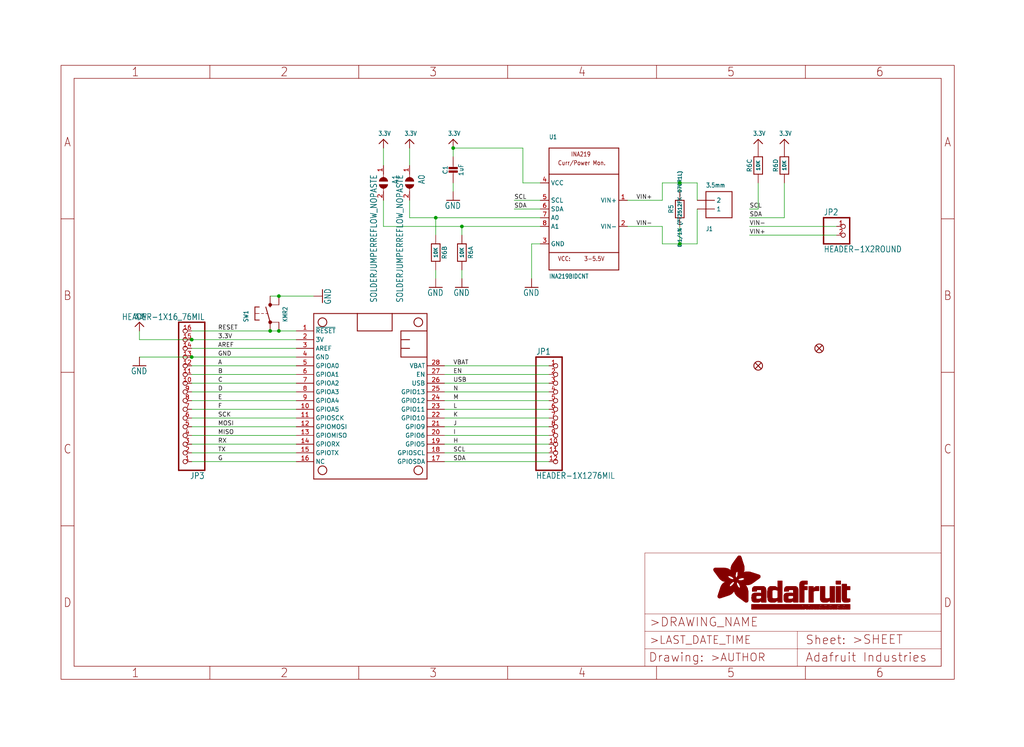
<source format=kicad_sch>
(kicad_sch (version 20211123) (generator eeschema)
  (paper "User" 298.45 217.881)
  (lib_symbols
    (symbol "schematicEagle-eagle-import:3.3V" (power)
      (property "Value" "3.3V" (at -1.524 1.016 0))
      (symbol "3.3V_1_0"
        (pin power_in line (at 0 -2.54 90) (length 2.54) (name "3.3V") (number "1"))
      )
    )
    (symbol "schematicEagle-eagle-import:CAP_CERAMIC0805-NOOUTLINE"
      (property "Reference" "C" (at -2.29 1.25 90))
      (property "Value" "CAP_CERAMIC0805-NOOUTLINE" (at 2.3 1.25 90))
      (symbol "CAP_CERAMIC0805-NOOUTLINE_1_0"
        (pin passive line (at 0 5.08 270) (length 2.54) (name "1") (number "1"))
        (pin passive line (at 0 -2.54 90) (length 2.54) (name "2") (number "2"))
      )
    )
    (symbol "schematicEagle-eagle-import:FEATHERWING"
      (symbol "FEATHERWING_1_0"
        (pin input line (at 5.08 -5.08 90) (length 5.08) (name "~{RESET}") (number "1"))
        (pin bidirectional line (at 27.94 -5.08 90) (length 5.08) (name "GPIOA5") (number "10"))
        (pin bidirectional line (at 30.48 -5.08 90) (length 5.08) (name "GPIOSCK") (number "11"))
        (pin bidirectional line (at 33.02 -5.08 90) (length 5.08) (name "GPIOMOSI") (number "12"))
        (pin bidirectional line (at 35.56 -5.08 90) (length 5.08) (name "GPIOMISO") (number "13"))
        (pin bidirectional line (at 38.1 -5.08 90) (length 5.08) (name "GPIORX") (number "14"))
        (pin bidirectional line (at 40.64 -5.08 90) (length 5.08) (name "GPIOTX") (number "15"))
        (pin passive line (at 43.18 -5.08 90) (length 5.08) (name "NC") (number "16"))
        (pin bidirectional line (at 43.18 38.1 270) (length 5.08) (name "GPIOSDA") (number "17"))
        (pin bidirectional line (at 40.64 38.1 270) (length 5.08) (name "GPIOSCL") (number "18"))
        (pin bidirectional line (at 38.1 38.1 270) (length 5.08) (name "GPIO5") (number "19"))
        (pin power_in line (at 7.62 -5.08 90) (length 5.08) (name "3V") (number "2"))
        (pin bidirectional line (at 35.56 38.1 270) (length 5.08) (name "GPIO6") (number "20"))
        (pin bidirectional line (at 33.02 38.1 270) (length 5.08) (name "GPIO9") (number "21"))
        (pin bidirectional line (at 30.48 38.1 270) (length 5.08) (name "GPIO10") (number "22"))
        (pin bidirectional line (at 27.94 38.1 270) (length 5.08) (name "GPIO11") (number "23"))
        (pin bidirectional line (at 25.4 38.1 270) (length 5.08) (name "GPIO12") (number "24"))
        (pin bidirectional line (at 22.86 38.1 270) (length 5.08) (name "GPIO13") (number "25"))
        (pin power_in line (at 20.32 38.1 270) (length 5.08) (name "USB") (number "26"))
        (pin passive line (at 17.78 38.1 270) (length 5.08) (name "EN") (number "27"))
        (pin power_in line (at 15.24 38.1 270) (length 5.08) (name "VBAT") (number "28"))
        (pin passive line (at 10.16 -5.08 90) (length 5.08) (name "AREF") (number "3"))
        (pin power_in line (at 12.7 -5.08 90) (length 5.08) (name "GND") (number "4"))
        (pin bidirectional line (at 15.24 -5.08 90) (length 5.08) (name "GPIOA0") (number "5"))
        (pin bidirectional line (at 17.78 -5.08 90) (length 5.08) (name "GPIOA1") (number "6"))
        (pin bidirectional line (at 20.32 -5.08 90) (length 5.08) (name "GPIOA2") (number "7"))
        (pin bidirectional line (at 22.86 -5.08 90) (length 5.08) (name "GPIOA3") (number "8"))
        (pin bidirectional line (at 25.4 -5.08 90) (length 5.08) (name "GPIOA4") (number "9"))
      )
    )
    (symbol "schematicEagle-eagle-import:FIDUCIAL_1MM")
    (symbol "schematicEagle-eagle-import:FRAME_A4_ADAFRUIT"
      (symbol "FRAME_A4_ADAFRUIT_0_0"
        (text "1" (at 21.6958 1.905 0) (effects (font (size 2.54 2.286))))
        (text "1" (at 21.6958 177.165 0) (effects (font (size 2.54 2.286))))
        (text "2" (at 65.0875 1.905 0) (effects (font (size 2.54 2.286))))
        (text "2" (at 65.0875 177.165 0) (effects (font (size 2.54 2.286))))
        (text "3" (at 108.4792 1.905 0) (effects (font (size 2.54 2.286))))
        (text "3" (at 108.4792 177.165 0) (effects (font (size 2.54 2.286))))
        (text "4" (at 151.8708 1.905 0) (effects (font (size 2.54 2.286))))
        (text "4" (at 151.8708 177.165 0) (effects (font (size 2.54 2.286))))
        (text "5" (at 195.2625 1.905 0) (effects (font (size 2.54 2.286))))
        (text "5" (at 195.2625 177.165 0) (effects (font (size 2.54 2.286))))
        (text "6" (at 238.6542 1.905 0) (effects (font (size 2.54 2.286))))
        (text "6" (at 238.6542 177.165 0) (effects (font (size 2.54 2.286))))
        (text "A" (at 1.905 156.6863 0) (effects (font (size 2.54 2.286))))
        (text "A" (at 258.445 156.6863 0) (effects (font (size 2.54 2.286))))
        (text "B" (at 1.905 111.9188 0) (effects (font (size 2.54 2.286))))
        (text "B" (at 258.445 111.9188 0) (effects (font (size 2.54 2.286))))
        (text "C" (at 1.905 67.1513 0) (effects (font (size 2.54 2.286))))
        (text "C" (at 258.445 67.1513 0) (effects (font (size 2.54 2.286))))
        (text "D" (at 1.905 22.3838 0) (effects (font (size 2.54 2.286))))
        (text "D" (at 258.445 22.3838 0) (effects (font (size 2.54 2.286))))
      )
      (symbol "FRAME_A4_ADAFRUIT_1_0"
        (text ">AUTHOR" (at 189.23 5.08 0) (effects (font (size 2.286 2.286)) (justify left bottom)))
        (text ">DRAWING_NAME" (at 171.45 15.24 0) (effects (font (size 2.54 2.54)) (justify left bottom)))
        (text ">LAST_DATE_TIME" (at 171.45 10.16 0) (effects (font (size 2.286 2.286)) (justify left bottom)))
        (text ">SHEET" (at 230.505 10.16 0) (effects (font (size 2.54 2.54)) (justify left bottom)))
        (text "Adafruit Industries" (at 216.916 4.953 0) (effects (font (size 2.54 2.54)) (justify left bottom)))
        (text "Drawing:" (at 171.196 4.953 0) (effects (font (size 2.54 2.54)) (justify left bottom)))
        (text "Sheet:" (at 216.916 10.033 0) (effects (font (size 2.54 2.54)) (justify left bottom)))
      )
    )
    (symbol "schematicEagle-eagle-import:GND" (power)
      (property "Value" "GND" (at -2.54 -2.54 0))
      (symbol "GND_1_0"
        (pin power_in line (at 0 2.54 270) (length 2.54) (name "GND") (number "1"))
      )
    )
    (symbol "schematicEagle-eagle-import:HEADER-1X1276MIL"
      (property "Reference" "JP" (at -6.35 18.415 0))
      (property "Value" "HEADER-1X1276MIL" (at -6.35 -17.78 0))
      (symbol "HEADER-1X1276MIL_1_0"
        (pin passive inverted (at -2.54 15.24 0) (length 2.54) (name "1") (number "1"))
        (pin passive inverted (at -2.54 -7.62 0) (length 2.54) (name "10") (number "10"))
        (pin passive inverted (at -2.54 -10.16 0) (length 2.54) (name "11") (number "11"))
        (pin passive inverted (at -2.54 -12.7 0) (length 2.54) (name "12") (number "12"))
        (pin passive inverted (at -2.54 12.7 0) (length 2.54) (name "2") (number "2"))
        (pin passive inverted (at -2.54 10.16 0) (length 2.54) (name "3") (number "3"))
        (pin passive inverted (at -2.54 7.62 0) (length 2.54) (name "4") (number "4"))
        (pin passive inverted (at -2.54 5.08 0) (length 2.54) (name "5") (number "5"))
        (pin passive inverted (at -2.54 2.54 0) (length 2.54) (name "6") (number "6"))
        (pin passive inverted (at -2.54 0 0) (length 2.54) (name "7") (number "7"))
        (pin passive inverted (at -2.54 -2.54 0) (length 2.54) (name "8") (number "8"))
        (pin passive inverted (at -2.54 -5.08 0) (length 2.54) (name "9") (number "9"))
      )
    )
    (symbol "schematicEagle-eagle-import:HEADER-1X16_76MIL"
      (property "Reference" "JP" (at -6.35 20.955 0))
      (property "Value" "HEADER-1X16_76MIL" (at -6.35 -25.4 0))
      (symbol "HEADER-1X16_76MIL_1_0"
        (pin passive inverted (at -2.54 17.78 0) (length 2.54) (name "1") (number "1"))
        (pin passive inverted (at -2.54 -5.08 0) (length 2.54) (name "10") (number "10"))
        (pin passive inverted (at -2.54 -7.62 0) (length 2.54) (name "11") (number "11"))
        (pin passive inverted (at -2.54 -10.16 0) (length 2.54) (name "12") (number "12"))
        (pin passive inverted (at -2.54 -12.7 0) (length 2.54) (name "13") (number "13"))
        (pin passive inverted (at -2.54 -15.24 0) (length 2.54) (name "14") (number "14"))
        (pin passive inverted (at -2.54 -17.78 0) (length 2.54) (name "15") (number "15"))
        (pin passive inverted (at -2.54 -20.32 0) (length 2.54) (name "16") (number "16"))
        (pin passive inverted (at -2.54 15.24 0) (length 2.54) (name "2") (number "2"))
        (pin passive inverted (at -2.54 12.7 0) (length 2.54) (name "3") (number "3"))
        (pin passive inverted (at -2.54 10.16 0) (length 2.54) (name "4") (number "4"))
        (pin passive inverted (at -2.54 7.62 0) (length 2.54) (name "5") (number "5"))
        (pin passive inverted (at -2.54 5.08 0) (length 2.54) (name "6") (number "6"))
        (pin passive inverted (at -2.54 2.54 0) (length 2.54) (name "7") (number "7"))
        (pin passive inverted (at -2.54 0 0) (length 2.54) (name "8") (number "8"))
        (pin passive inverted (at -2.54 -2.54 0) (length 2.54) (name "9") (number "9"))
      )
    )
    (symbol "schematicEagle-eagle-import:HEADER-1X2ROUND"
      (property "Reference" "JP" (at -6.35 5.715 0))
      (property "Value" "HEADER-1X2ROUND" (at -6.35 -5.08 0))
      (symbol "HEADER-1X2ROUND_1_0"
        (pin passive inverted (at -2.54 2.54 0) (length 2.54) (name "1") (number "1"))
        (pin passive inverted (at -2.54 0 0) (length 2.54) (name "2") (number "2"))
      )
    )
    (symbol "schematicEagle-eagle-import:INA219"
      (property "Reference" "U" (at -10.16 20.32 0))
      (property "Value" "INA219" (at -10.16 -20.32 0))
      (symbol "INA219_1_0"
        (text "3-5.5V" (at 0 -15.24 0) (effects (font (size 1.27 1.0795)) (justify left bottom)))
        (text "Curr/Power Mon." (at -7.62 12.7 0) (effects (font (size 1.27 1.0795)) (justify left bottom)))
        (text "INA219" (at -3.81 15.24 0) (effects (font (size 1.27 1.0795)) (justify left bottom)))
        (text "VCC:" (at -7.62 -15.24 0) (effects (font (size 1.27 1.0795)) (justify left bottom)))
        (pin bidirectional line (at 12.7 2.54 180) (length 2.54) (name "VIN+") (number "1"))
        (pin bidirectional line (at 12.7 -5.08 180) (length 2.54) (name "VIN-") (number "2"))
        (pin power_in line (at -12.7 -10.16 0) (length 2.54) (name "GND") (number "3"))
        (pin power_in line (at -12.7 7.62 0) (length 2.54) (name "VCC") (number "4"))
        (pin bidirectional line (at -12.7 2.54 0) (length 2.54) (name "SCL") (number "5"))
        (pin bidirectional line (at -12.7 0 0) (length 2.54) (name "SDA") (number "6"))
        (pin bidirectional line (at -12.7 -2.54 0) (length 2.54) (name "A0") (number "7"))
        (pin bidirectional line (at -12.7 -5.08 0) (length 2.54) (name "A1") (number "8"))
      )
    )
    (symbol "schematicEagle-eagle-import:RESISTOR2512"
      (property "Reference" "R" (at 0 2.54 0))
      (property "Value" "RESISTOR2512" (at 0 0 0))
      (symbol "RESISTOR2512_1_0"
        (pin passive line (at -5.08 0 0) (length 2.54) (name "1") (number "1"))
        (pin passive line (at 5.08 0 180) (length 2.54) (name "2") (number "2"))
      )
    )
    (symbol "schematicEagle-eagle-import:RESISTOR_4PACK"
      (property "Reference" "R" (at 0 2.54 0))
      (property "Value" "RESISTOR_4PACK" (at 0 0 0))
      (symbol "RESISTOR_4PACK_1_0"
        (pin passive line (at -5.08 0 0) (length 2.54) (name "1") (number "1"))
        (pin passive line (at 5.08 0 180) (length 2.54) (name "2") (number "8"))
      )
      (symbol "RESISTOR_4PACK_2_0"
        (pin passive line (at -5.08 0 0) (length 2.54) (name "1") (number "2"))
        (pin passive line (at 5.08 0 180) (length 2.54) (name "2") (number "7"))
      )
      (symbol "RESISTOR_4PACK_3_0"
        (pin passive line (at -5.08 0 0) (length 2.54) (name "1") (number "3"))
        (pin passive line (at 5.08 0 180) (length 2.54) (name "2") (number "6"))
      )
      (symbol "RESISTOR_4PACK_4_0"
        (pin passive line (at -5.08 0 0) (length 2.54) (name "1") (number "4"))
        (pin passive line (at 5.08 0 180) (length 2.54) (name "2") (number "5"))
      )
    )
    (symbol "schematicEagle-eagle-import:SOLDERJUMPERREFLOW_NOPASTE"
      (property "Reference" "SJ" (at -2.54 2.54 0))
      (property "Value" "SOLDERJUMPERREFLOW_NOPASTE" (at -2.54 -3.81 0))
      (symbol "SOLDERJUMPERREFLOW_NOPASTE_1_0"
        (pin passive line (at -5.08 0 0) (length 2.54) (name "1") (number "1"))
        (pin passive line (at 5.08 0 180) (length 2.54) (name "2") (number "2"))
      )
    )
    (symbol "schematicEagle-eagle-import:SWITCH_TACT_SMT4.6X2.8"
      (property "Reference" "SW" (at -2.54 6.35 0))
      (property "Value" "SWITCH_TACT_SMT4.6X2.8" (at -2.54 -5.08 0))
      (symbol "SWITCH_TACT_SMT4.6X2.8_1_0"
        (pin passive line (at -5.08 0 0) (length 2.54) (name "P") (number "A"))
        (pin passive line (at -5.08 -2.54 0) (length 2.54) (name "P1") (number "A'"))
        (pin passive line (at 5.08 0 180) (length 2.54) (name "S") (number "B"))
        (pin passive line (at 5.08 -2.54 180) (length 2.54) (name "S1") (number "B'"))
      )
    )
    (symbol "schematicEagle-eagle-import:TERMBLOCK_1X2"
      (property "Reference" "X" (at -2.54 7.62 0))
      (property "Value" "TERMBLOCK_1X2" (at -2.54 -5.08 0))
      (symbol "TERMBLOCK_1X2_1_0"
        (pin passive line (at -5.08 2.54 0) (length 5.08) (name "1") (number "1"))
        (pin passive line (at -5.08 0 0) (length 5.08) (name "2") (number "2"))
      )
    )
  )
  (junction (at 134.62 66.04))
  (junction (at 55.88 99.06))
  (junction (at 198.12 53.34))
  (junction (at 132.08 43.18))
  (junction (at 198.12 71.12))
  (junction (at 127 63.5))
  (junction (at 78.74 96.52))
  (junction (at 81.28 86.36))
  (junction (at 81.28 96.52))
  (junction (at 55.88 104.14))
  (wire (pts (xy 160.02 116.84) (xy 129.54 116.84)))
  (wire (pts (xy 127 78.74) (xy 127 81.28)))
  (wire (pts (xy 55.88 129.54) (xy 86.36 129.54)))
  (wire (pts (xy 228.6 53.34) (xy 228.6 63.5)))
  (wire (pts (xy 198.12 71.12) (xy 198.12 66.04)))
  (wire (pts (xy 55.88 111.76) (xy 86.36 111.76)))
  (wire (pts (xy 220.98 53.34) (xy 220.98 60.96)))
  (wire (pts (xy 152.4 43.18) (xy 132.08 43.18)))
  (wire (pts (xy 203.2 71.12) (xy 203.2 60.96)))
  (wire (pts (xy 160.02 119.38) (xy 129.54 119.38)))
  (wire (pts (xy 157.48 71.12) (xy 154.94 71.12)))
  (wire (pts (xy 154.94 71.12) (xy 154.94 81.28)))
  (wire (pts (xy 111.76 66.04) (xy 111.76 58.42)))
  (wire (pts (xy 160.02 134.62) (xy 129.54 134.62)))
  (wire (pts (xy 132.08 43.18) (xy 132.08 45.72)))
  (wire (pts (xy 134.62 66.04) (xy 134.62 68.58)))
  (wire (pts (xy 220.98 60.96) (xy 218.44 60.96)))
  (wire (pts (xy 55.88 106.68) (xy 86.36 106.68)))
  (wire (pts (xy 160.02 111.76) (xy 129.54 111.76)))
  (wire (pts (xy 55.88 101.6) (xy 86.36 101.6)))
  (wire (pts (xy 160.02 121.92) (xy 129.54 121.92)))
  (wire (pts (xy 55.88 109.22) (xy 86.36 109.22)))
  (wire (pts (xy 55.88 127) (xy 86.36 127)))
  (wire (pts (xy 182.88 58.42) (xy 193.04 58.42)))
  (wire (pts (xy 78.74 96.52) (xy 81.28 96.52)))
  (wire (pts (xy 55.88 124.46) (xy 86.36 124.46)))
  (wire (pts (xy 40.64 99.06) (xy 40.64 96.52)))
  (wire (pts (xy 81.28 86.36) (xy 91.44 86.36)))
  (wire (pts (xy 119.38 48.26) (xy 119.38 43.18)))
  (wire (pts (xy 160.02 127) (xy 129.54 127)))
  (wire (pts (xy 157.48 58.42) (xy 149.86 58.42)))
  (wire (pts (xy 55.88 99.06) (xy 40.64 99.06)))
  (wire (pts (xy 182.88 66.04) (xy 193.04 66.04)))
  (wire (pts (xy 134.62 78.74) (xy 134.62 81.28)))
  (wire (pts (xy 193.04 71.12) (xy 198.12 71.12)))
  (wire (pts (xy 228.6 63.5) (xy 218.44 63.5)))
  (wire (pts (xy 160.02 106.68) (xy 129.54 106.68)))
  (wire (pts (xy 198.12 71.12) (xy 203.2 71.12)))
  (wire (pts (xy 198.12 53.34) (xy 198.12 55.88)))
  (wire (pts (xy 111.76 48.26) (xy 111.76 43.18)))
  (wire (pts (xy 157.48 60.96) (xy 149.86 60.96)))
  (wire (pts (xy 55.88 132.08) (xy 86.36 132.08)))
  (wire (pts (xy 78.74 86.36) (xy 81.28 86.36)))
  (wire (pts (xy 243.84 68.58) (xy 218.44 68.58)))
  (wire (pts (xy 127 63.5) (xy 127 68.58)))
  (wire (pts (xy 55.88 114.3) (xy 86.36 114.3)))
  (wire (pts (xy 160.02 114.3) (xy 129.54 114.3)))
  (wire (pts (xy 55.88 104.14) (xy 40.64 104.14)))
  (wire (pts (xy 160.02 129.54) (xy 129.54 129.54)))
  (wire (pts (xy 132.08 53.34) (xy 132.08 55.88)))
  (wire (pts (xy 193.04 58.42) (xy 193.04 53.34)))
  (wire (pts (xy 157.48 53.34) (xy 152.4 53.34)))
  (wire (pts (xy 152.4 53.34) (xy 152.4 43.18)))
  (wire (pts (xy 81.28 96.52) (xy 86.36 96.52)))
  (wire (pts (xy 157.48 66.04) (xy 134.62 66.04)))
  (wire (pts (xy 55.88 96.52) (xy 78.74 96.52)))
  (wire (pts (xy 243.84 66.04) (xy 218.44 66.04)))
  (wire (pts (xy 134.62 66.04) (xy 111.76 66.04)))
  (wire (pts (xy 55.88 134.62) (xy 86.36 134.62)))
  (wire (pts (xy 55.88 119.38) (xy 86.36 119.38)))
  (wire (pts (xy 193.04 66.04) (xy 193.04 71.12)))
  (wire (pts (xy 203.2 53.34) (xy 198.12 53.34)))
  (wire (pts (xy 55.88 99.06) (xy 86.36 99.06)))
  (wire (pts (xy 160.02 109.22) (xy 129.54 109.22)))
  (wire (pts (xy 55.88 104.14) (xy 86.36 104.14)))
  (wire (pts (xy 119.38 63.5) (xy 119.38 58.42)))
  (wire (pts (xy 160.02 132.08) (xy 129.54 132.08)))
  (wire (pts (xy 55.88 116.84) (xy 86.36 116.84)))
  (wire (pts (xy 193.04 53.34) (xy 198.12 53.34)))
  (wire (pts (xy 160.02 124.46) (xy 129.54 124.46)))
  (wire (pts (xy 203.2 58.42) (xy 203.2 53.34)))
  (wire (pts (xy 157.48 63.5) (xy 127 63.5)))
  (wire (pts (xy 55.88 121.92) (xy 86.36 121.92)))
  (wire (pts (xy 127 63.5) (xy 119.38 63.5)))
  (label "SDA" (at 218.44 63.5 0) (effects (font (size 1.2446 1.2446))))
  (label "J" (at 132.08 124.46 0) (effects (font (size 1.2446 1.2446))))
  (label "K" (at 132.08 121.92 0) (effects (font (size 1.2446 1.2446))))
  (label "RX" (at 63.5 129.54 0) (effects (font (size 1.2446 1.2446))))
  (label "SCL" (at 132.08 132.08 0) (effects (font (size 1.2446 1.2446))))
  (label "MOSI" (at 63.5 124.46 0) (effects (font (size 1.2446 1.2446))))
  (label "SCK" (at 63.5 121.92 0) (effects (font (size 1.2446 1.2446))))
  (label "H" (at 132.08 129.54 0) (effects (font (size 1.2446 1.2446))))
  (label "SCL" (at 149.86 58.42 0) (effects (font (size 1.2446 1.2446))))
  (label "VBAT" (at 132.08 106.68 0) (effects (font (size 1.2446 1.2446))))
  (label "D" (at 63.5 114.3 0) (effects (font (size 1.2446 1.2446))))
  (label "EN" (at 132.08 109.22 0) (effects (font (size 1.2446 1.2446))))
  (label "F" (at 63.5 119.38 0) (effects (font (size 1.2446 1.2446))))
  (label "SDA" (at 149.86 60.96 0) (effects (font (size 1.2446 1.2446))))
  (label "N" (at 132.08 114.3 0) (effects (font (size 1.2446 1.2446))))
  (label "L" (at 132.08 119.38 0) (effects (font (size 1.2446 1.2446))))
  (label "RESET" (at 63.5 96.52 0) (effects (font (size 1.2446 1.2446))))
  (label "G" (at 63.5 134.62 0) (effects (font (size 1.2446 1.2446))))
  (label "3.3V" (at 63.5 99.06 0) (effects (font (size 1.2446 1.2446))))
  (label "GND" (at 63.5 104.14 0) (effects (font (size 1.2446 1.2446))))
  (label "AREF" (at 63.5 101.6 0) (effects (font (size 1.2446 1.2446))))
  (label "VIN+" (at 218.44 68.58 0) (effects (font (size 1.2446 1.2446))))
  (label "VIN-" (at 218.44 66.04 0) (effects (font (size 1.2446 1.2446))))
  (label "I" (at 132.08 127 0) (effects (font (size 1.2446 1.2446))))
  (label "MISO" (at 63.5 127 0) (effects (font (size 1.2446 1.2446))))
  (label "M" (at 132.08 116.84 0) (effects (font (size 1.2446 1.2446))))
  (label "B" (at 63.5 109.22 0) (effects (font (size 1.2446 1.2446))))
  (label "VIN+" (at 185.42 58.42 0) (effects (font (size 1.2446 1.2446))))
  (label "TX" (at 63.5 132.08 0) (effects (font (size 1.2446 1.2446))))
  (label "VIN-" (at 185.42 66.04 0) (effects (font (size 1.2446 1.2446))))
  (label "C" (at 63.5 111.76 0) (effects (font (size 1.2446 1.2446))))
  (label "A" (at 63.5 106.68 0) (effects (font (size 1.2446 1.2446))))
  (label "USB" (at 132.08 111.76 0) (effects (font (size 1.2446 1.2446))))
  (label "SCL" (at 218.44 60.96 0) (effects (font (size 1.2446 1.2446))))
  (label "SDA" (at 132.08 134.62 0) (effects (font (size 1.2446 1.2446))))
  (label "E" (at 63.5 116.84 0) (effects (font (size 1.2446 1.2446))))
  (symbol (lib_id "schematicEagle-eagle-import:RESISTOR_4PACK") (at 228.6 48.26 90) (unit 4)
    (property "Reference" "R6" (at 226.06 48.26 0))
    (property "Value" "10K" (at 228.6 48.26 0) (effects (font (size 1.016 1.016) bold)))
    (property "Footprint" "schematicEagle:RESPACK_4X0603" (effects hide))
  )
  (symbol (lib_id "schematicEagle-eagle-import:GND") (at 93.98 86.36 90) (unit 1)
    (property "Reference" "#U$14" (effects hide))
    (property "Value" "GND" (at 96.52 88.9 0) (effects (font (size 1.778 1.5113)) (justify left bottom)))
    (property "Footprint" "schematicEagle:" (effects hide))
  )
  (symbol (lib_id "schematicEagle-eagle-import:FRAME_A4_ADAFRUIT") (at 17.78 198.12 0) (unit 1)
    (property "Reference" "#U$1" (effects hide))
    (property "Value" "FRAME_A4_ADAFRUIT" (effects hide))
    (property "Footprint" "schematicEagle:" (effects hide))
  )
  (symbol (lib_id "schematicEagle-eagle-import:RESISTOR_4PACK") (at 134.62 73.66 270) (unit 1)
    (property "Reference" "R6" (at 137.16 73.66 0))
    (property "Value" "10K" (at 134.62 73.66 0) (effects (font (size 1.016 1.016) bold)))
    (property "Footprint" "schematicEagle:RESPACK_4X0603" (effects hide))
  )
  (symbol (lib_id "schematicEagle-eagle-import:3.3V") (at 40.64 93.98 0) (unit 1)
    (property "Reference" "#U$6" (effects hide))
    (property "Value" "3.3V" (at 39.116 92.964 0) (effects (font (size 1.27 1.0795)) (justify left bottom)))
    (property "Footprint" "schematicEagle:" (effects hide))
  )
  (symbol (lib_id "schematicEagle-eagle-import:CAP_CERAMIC0805-NOOUTLINE") (at 132.08 50.8 0) (unit 1)
    (property "Reference" "C1" (at 129.79 49.55 90))
    (property "Value" "1uF" (at 134.38 49.55 90))
    (property "Footprint" "schematicEagle:0805-NO@1" (effects hide))
  )
  (symbol (lib_id "schematicEagle-eagle-import:GND") (at 127 83.82 0) (unit 1)
    (property "Reference" "#U$2" (effects hide))
    (property "Value" "GND" (at 124.46 86.36 0) (effects (font (size 1.778 1.5113)) (justify left bottom)))
    (property "Footprint" "schematicEagle:" (effects hide))
  )
  (symbol (lib_id "schematicEagle-eagle-import:RESISTOR_4PACK") (at 220.98 48.26 90) (unit 3)
    (property "Reference" "R6" (at 218.44 48.26 0))
    (property "Value" "10K" (at 220.98 48.26 0) (effects (font (size 1.016 1.016) bold)))
    (property "Footprint" "schematicEagle:RESPACK_4X0603" (effects hide))
  )
  (symbol (lib_id "schematicEagle-eagle-import:3.3V") (at 228.6 40.64 0) (unit 1)
    (property "Reference" "#U$11" (effects hide))
    (property "Value" "3.3V" (at 227.076 39.624 0) (effects (font (size 1.27 1.0795)) (justify left bottom)))
    (property "Footprint" "schematicEagle:" (effects hide))
  )
  (symbol (lib_id "schematicEagle-eagle-import:FEATHERWING") (at 91.44 91.44 270) (unit 1)
    (property "Reference" "MS1" (effects hide))
    (property "Value" "FEATHERWING" (effects hide))
    (property "Footprint" "schematicEagle:FEATHERWING" (effects hide))
  )
  (symbol (lib_id "schematicEagle-eagle-import:GND") (at 154.94 83.82 0) (unit 1)
    (property "Reference" "#U$4" (effects hide))
    (property "Value" "GND" (at 152.4 86.36 0) (effects (font (size 1.778 1.5113)) (justify left bottom)))
    (property "Footprint" "schematicEagle:" (effects hide))
  )
  (symbol (lib_id "schematicEagle-eagle-import:HEADER-1X16_76MIL") (at 53.34 116.84 180) (unit 1)
    (property "Reference" "JP3" (at 59.69 137.795 0) (effects (font (size 1.778 1.5113)) (justify left bottom)))
    (property "Value" "HEADER-1X16_76MIL" (at 59.69 91.44 0) (effects (font (size 1.778 1.5113)) (justify left bottom)))
    (property "Footprint" "schematicEagle:1X16_ROUND_76MIL" (effects hide))
  )
  (symbol (lib_id "schematicEagle-eagle-import:HEADER-1X2ROUND") (at 246.38 68.58 0) (unit 1)
    (property "Reference" "JP2" (at 240.03 62.865 0) (effects (font (size 1.778 1.5113)) (justify left bottom)))
    (property "Value" "HEADER-1X2ROUND" (at 240.03 73.66 0) (effects (font (size 1.778 1.5113)) (justify left bottom)))
    (property "Footprint" "schematicEagle:1X02_ROUND" (effects hide))
  )
  (symbol (lib_id "schematicEagle-eagle-import:3.3V") (at 111.76 40.64 0) (unit 1)
    (property "Reference" "#U$7" (effects hide))
    (property "Value" "3.3V" (at 110.236 39.624 0) (effects (font (size 1.27 1.0795)) (justify left bottom)))
    (property "Footprint" "schematicEagle:" (effects hide))
  )
  (symbol (lib_id "schematicEagle-eagle-import:GND") (at 132.08 58.42 0) (unit 1)
    (property "Reference" "#U$5" (effects hide))
    (property "Value" "GND" (at 129.54 60.96 0) (effects (font (size 1.778 1.5113)) (justify left bottom)))
    (property "Footprint" "schematicEagle:" (effects hide))
  )
  (symbol (lib_id "schematicEagle-eagle-import:RESISTOR_4PACK") (at 127 73.66 270) (unit 2)
    (property "Reference" "R6" (at 129.54 73.66 0))
    (property "Value" "10K" (at 127 73.66 0) (effects (font (size 1.016 1.016) bold)))
    (property "Footprint" "schematicEagle:RESPACK_4X0603" (effects hide))
  )
  (symbol (lib_id "schematicEagle-eagle-import:FIDUCIAL_1MM") (at 220.98 106.68 0) (unit 1)
    (property "Reference" "FID1" (effects hide))
    (property "Value" "FIDUCIAL_1MM" (effects hide))
    (property "Footprint" "schematicEagle:FIDUCIAL_1MM" (effects hide))
  )
  (symbol (lib_id "schematicEagle-eagle-import:SOLDERJUMPERREFLOW_NOPASTE") (at 119.38 53.34 270) (unit 1)
    (property "Reference" "A0" (at 121.92 50.8 0) (effects (font (size 1.778 1.5113)) (justify left bottom)))
    (property "Value" "SOLDERJUMPERREFLOW_NOPASTE" (at 115.57 50.8 0) (effects (font (size 1.778 1.5113)) (justify left bottom)))
    (property "Footprint" "schematicEagle:SOLDERJUMPER_REFLOW_NOPASTE" (effects hide))
  )
  (symbol (lib_id "schematicEagle-eagle-import:3.3V") (at 119.38 40.64 0) (unit 1)
    (property "Reference" "#U$8" (effects hide))
    (property "Value" "3.3V" (at 117.856 39.624 0) (effects (font (size 1.27 1.0795)) (justify left bottom)))
    (property "Footprint" "schematicEagle:" (effects hide))
  )
  (symbol (lib_id "schematicEagle-eagle-import:GND") (at 134.62 83.82 0) (unit 1)
    (property "Reference" "#U$3" (effects hide))
    (property "Value" "GND" (at 132.08 86.36 0) (effects (font (size 1.778 1.5113)) (justify left bottom)))
    (property "Footprint" "schematicEagle:" (effects hide))
  )
  (symbol (lib_id "schematicEagle-eagle-import:TERMBLOCK_1X2") (at 208.28 58.42 0) (mirror x) (unit 1)
    (property "Reference" "J1" (at 205.74 66.04 0) (effects (font (size 1.27 1.0795)) (justify left bottom)))
    (property "Value" "3.5mm" (at 205.74 53.34 0) (effects (font (size 1.27 1.0795)) (justify left bottom)))
    (property "Footprint" "schematicEagle:TERMBLOCK_1X2-3.5MM" (effects hide))
  )
  (symbol (lib_id "schematicEagle-eagle-import:SWITCH_TACT_SMT4.6X2.8") (at 78.74 91.44 90) (unit 1)
    (property "Reference" "SW1" (at 72.39 93.98 0) (effects (font (size 1.27 1.0795)) (justify left bottom)))
    (property "Value" "KMR2" (at 83.82 93.98 0) (effects (font (size 1.27 1.0795)) (justify left bottom)))
    (property "Footprint" "schematicEagle:BTN_KMR2_4.6X2.8" (effects hide))
  )
  (symbol (lib_id "schematicEagle-eagle-import:3.3V") (at 220.98 40.64 0) (unit 1)
    (property "Reference" "#U$10" (effects hide))
    (property "Value" "3.3V" (at 219.456 39.624 0) (effects (font (size 1.27 1.0795)) (justify left bottom)))
    (property "Footprint" "schematicEagle:" (effects hide))
  )
  (symbol (lib_id "schematicEagle-eagle-import:3.3V") (at 132.08 40.64 0) (unit 1)
    (property "Reference" "#U$9" (effects hide))
    (property "Value" "3.3V" (at 130.556 39.624 0) (effects (font (size 1.27 1.0795)) (justify left bottom)))
    (property "Footprint" "schematicEagle:" (effects hide))
  )
  (symbol (lib_id "schematicEagle-eagle-import:HEADER-1X1276MIL") (at 162.56 121.92 0) (unit 1)
    (property "Reference" "JP1" (at 156.21 103.505 0) (effects (font (size 1.778 1.5113)) (justify left bottom)))
    (property "Value" "HEADER-1X1276MIL" (at 156.21 139.7 0) (effects (font (size 1.778 1.5113)) (justify left bottom)))
    (property "Footprint" "schematicEagle:1X12_ROUND_76MIL" (effects hide))
  )
  (symbol (lib_id "schematicEagle-eagle-import:INA219") (at 170.18 60.96 0) (unit 1)
    (property "Reference" "U1" (at 160.02 40.64 0) (effects (font (size 1.27 1.0795)) (justify left bottom)))
    (property "Value" "INA219BIDCNT" (at 160.02 81.28 0) (effects (font (size 1.27 1.0795)) (justify left bottom)))
    (property "Footprint" "schematicEagle:SOT23-8" (effects hide))
  )
  (symbol (lib_id "schematicEagle-eagle-import:SOLDERJUMPERREFLOW_NOPASTE") (at 111.76 53.34 270) (unit 1)
    (property "Reference" "A1" (at 114.3 50.8 0) (effects (font (size 1.778 1.5113)) (justify left bottom)))
    (property "Value" "SOLDERJUMPERREFLOW_NOPASTE" (at 107.95 50.8 0) (effects (font (size 1.778 1.5113)) (justify left bottom)))
    (property "Footprint" "schematicEagle:SOLDERJUMPER_REFLOW_NOPASTE" (effects hide))
  )
  (symbol (lib_id "schematicEagle-eagle-import:FIDUCIAL_1MM") (at 238.76 101.6 0) (unit 1)
    (property "Reference" "FID2" (effects hide))
    (property "Value" "FIDUCIAL_1MM" (effects hide))
    (property "Footprint" "schematicEagle:FIDUCIAL_1MM" (effects hide))
  )
  (symbol (lib_id "schematicEagle-eagle-import:GND") (at 40.64 106.68 0) (unit 1)
    (property "Reference" "#GND1" (effects hide))
    (property "Value" "GND" (at 38.1 109.22 0) (effects (font (size 1.778 1.5113)) (justify left bottom)))
    (property "Footprint" "schematicEagle:" (effects hide))
  )
  (symbol (lib_id "schematicEagle-eagle-import:RESISTOR2512") (at 198.12 60.96 90) (unit 1)
    (property "Reference" "R5" (at 195.58 60.96 0))
    (property "Value" "0.1/1% (PT2512FK-070R1L)" (at 198.12 60.96 0) (effects (font (size 1.016 1.016) bold)))
    (property "Footprint" "schematicEagle:2512" (effects hide))
  )
)
</source>
